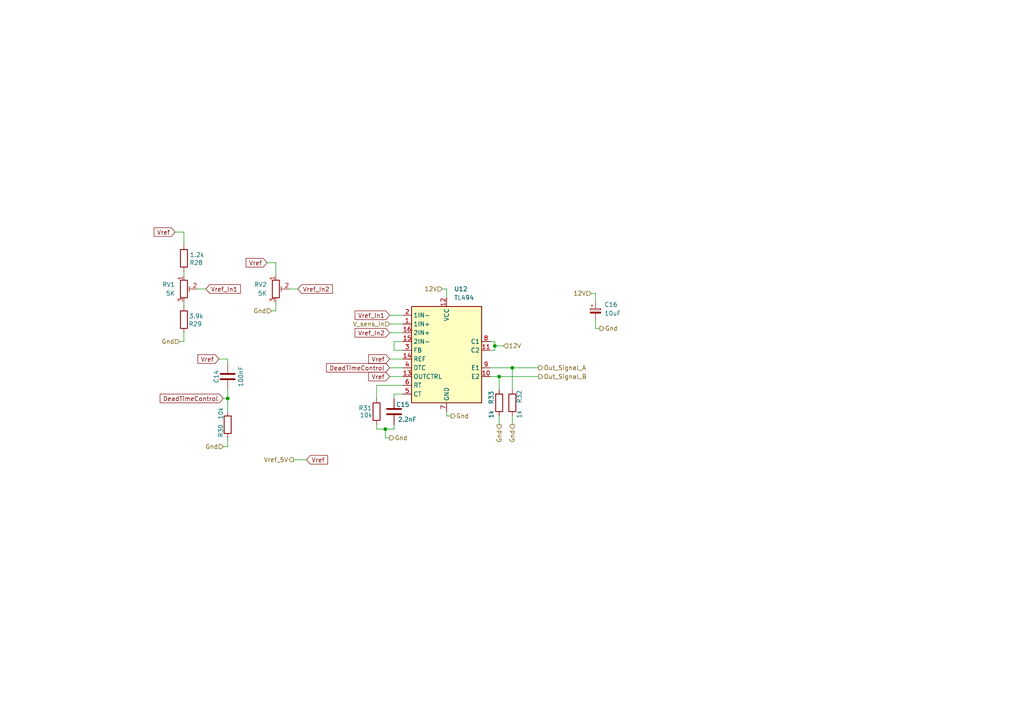
<source format=kicad_sch>
(kicad_sch
	(version 20250114)
	(generator "eeschema")
	(generator_version "9.0")
	(uuid "cb9d0fcb-5362-4fae-866a-d47562fcdf88")
	(paper "A4")
	(lib_symbols
		(symbol "Device:C"
			(pin_numbers
				(hide yes)
			)
			(pin_names
				(offset 0.254)
			)
			(exclude_from_sim no)
			(in_bom yes)
			(on_board yes)
			(property "Reference" "C"
				(at 0.635 2.54 0)
				(effects
					(font
						(size 1.27 1.27)
					)
					(justify left)
				)
			)
			(property "Value" "C"
				(at 0.635 -2.54 0)
				(effects
					(font
						(size 1.27 1.27)
					)
					(justify left)
				)
			)
			(property "Footprint" ""
				(at 0.9652 -3.81 0)
				(effects
					(font
						(size 1.27 1.27)
					)
					(hide yes)
				)
			)
			(property "Datasheet" "~"
				(at 0 0 0)
				(effects
					(font
						(size 1.27 1.27)
					)
					(hide yes)
				)
			)
			(property "Description" "Unpolarized capacitor"
				(at 0 0 0)
				(effects
					(font
						(size 1.27 1.27)
					)
					(hide yes)
				)
			)
			(property "ki_keywords" "cap capacitor"
				(at 0 0 0)
				(effects
					(font
						(size 1.27 1.27)
					)
					(hide yes)
				)
			)
			(property "ki_fp_filters" "C_*"
				(at 0 0 0)
				(effects
					(font
						(size 1.27 1.27)
					)
					(hide yes)
				)
			)
			(symbol "C_0_1"
				(polyline
					(pts
						(xy -2.032 0.762) (xy 2.032 0.762)
					)
					(stroke
						(width 0.508)
						(type default)
					)
					(fill
						(type none)
					)
				)
				(polyline
					(pts
						(xy -2.032 -0.762) (xy 2.032 -0.762)
					)
					(stroke
						(width 0.508)
						(type default)
					)
					(fill
						(type none)
					)
				)
			)
			(symbol "C_1_1"
				(pin passive line
					(at 0 3.81 270)
					(length 2.794)
					(name "~"
						(effects
							(font
								(size 1.27 1.27)
							)
						)
					)
					(number "1"
						(effects
							(font
								(size 1.27 1.27)
							)
						)
					)
				)
				(pin passive line
					(at 0 -3.81 90)
					(length 2.794)
					(name "~"
						(effects
							(font
								(size 1.27 1.27)
							)
						)
					)
					(number "2"
						(effects
							(font
								(size 1.27 1.27)
							)
						)
					)
				)
			)
			(embedded_fonts no)
		)
		(symbol "Device:C_Polarized_Small"
			(pin_numbers
				(hide yes)
			)
			(pin_names
				(offset 0.254)
				(hide yes)
			)
			(exclude_from_sim no)
			(in_bom yes)
			(on_board yes)
			(property "Reference" "C"
				(at 0.254 1.778 0)
				(effects
					(font
						(size 1.27 1.27)
					)
					(justify left)
				)
			)
			(property "Value" "C_Polarized_Small"
				(at 0.254 -2.032 0)
				(effects
					(font
						(size 1.27 1.27)
					)
					(justify left)
				)
			)
			(property "Footprint" ""
				(at 0 0 0)
				(effects
					(font
						(size 1.27 1.27)
					)
					(hide yes)
				)
			)
			(property "Datasheet" "~"
				(at 0 0 0)
				(effects
					(font
						(size 1.27 1.27)
					)
					(hide yes)
				)
			)
			(property "Description" "Polarized capacitor, small symbol"
				(at 0 0 0)
				(effects
					(font
						(size 1.27 1.27)
					)
					(hide yes)
				)
			)
			(property "ki_keywords" "cap capacitor"
				(at 0 0 0)
				(effects
					(font
						(size 1.27 1.27)
					)
					(hide yes)
				)
			)
			(property "ki_fp_filters" "CP_*"
				(at 0 0 0)
				(effects
					(font
						(size 1.27 1.27)
					)
					(hide yes)
				)
			)
			(symbol "C_Polarized_Small_0_1"
				(rectangle
					(start -1.524 0.6858)
					(end 1.524 0.3048)
					(stroke
						(width 0)
						(type default)
					)
					(fill
						(type none)
					)
				)
				(rectangle
					(start -1.524 -0.3048)
					(end 1.524 -0.6858)
					(stroke
						(width 0)
						(type default)
					)
					(fill
						(type outline)
					)
				)
				(polyline
					(pts
						(xy -1.27 1.524) (xy -0.762 1.524)
					)
					(stroke
						(width 0)
						(type default)
					)
					(fill
						(type none)
					)
				)
				(polyline
					(pts
						(xy -1.016 1.27) (xy -1.016 1.778)
					)
					(stroke
						(width 0)
						(type default)
					)
					(fill
						(type none)
					)
				)
			)
			(symbol "C_Polarized_Small_1_1"
				(pin passive line
					(at 0 2.54 270)
					(length 1.8542)
					(name "~"
						(effects
							(font
								(size 1.27 1.27)
							)
						)
					)
					(number "1"
						(effects
							(font
								(size 1.27 1.27)
							)
						)
					)
				)
				(pin passive line
					(at 0 -2.54 90)
					(length 1.8542)
					(name "~"
						(effects
							(font
								(size 1.27 1.27)
							)
						)
					)
					(number "2"
						(effects
							(font
								(size 1.27 1.27)
							)
						)
					)
				)
			)
			(embedded_fonts no)
		)
		(symbol "Device:R"
			(pin_numbers
				(hide yes)
			)
			(pin_names
				(offset 0)
			)
			(exclude_from_sim no)
			(in_bom yes)
			(on_board yes)
			(property "Reference" "R"
				(at 2.032 0 90)
				(effects
					(font
						(size 1.27 1.27)
					)
				)
			)
			(property "Value" "R"
				(at 0 0 90)
				(effects
					(font
						(size 1.27 1.27)
					)
				)
			)
			(property "Footprint" ""
				(at -1.778 0 90)
				(effects
					(font
						(size 1.27 1.27)
					)
					(hide yes)
				)
			)
			(property "Datasheet" "~"
				(at 0 0 0)
				(effects
					(font
						(size 1.27 1.27)
					)
					(hide yes)
				)
			)
			(property "Description" "Resistor"
				(at 0 0 0)
				(effects
					(font
						(size 1.27 1.27)
					)
					(hide yes)
				)
			)
			(property "ki_keywords" "R res resistor"
				(at 0 0 0)
				(effects
					(font
						(size 1.27 1.27)
					)
					(hide yes)
				)
			)
			(property "ki_fp_filters" "R_*"
				(at 0 0 0)
				(effects
					(font
						(size 1.27 1.27)
					)
					(hide yes)
				)
			)
			(symbol "R_0_1"
				(rectangle
					(start -1.016 -2.54)
					(end 1.016 2.54)
					(stroke
						(width 0.254)
						(type default)
					)
					(fill
						(type none)
					)
				)
			)
			(symbol "R_1_1"
				(pin passive line
					(at 0 3.81 270)
					(length 1.27)
					(name "~"
						(effects
							(font
								(size 1.27 1.27)
							)
						)
					)
					(number "1"
						(effects
							(font
								(size 1.27 1.27)
							)
						)
					)
				)
				(pin passive line
					(at 0 -3.81 90)
					(length 1.27)
					(name "~"
						(effects
							(font
								(size 1.27 1.27)
							)
						)
					)
					(number "2"
						(effects
							(font
								(size 1.27 1.27)
							)
						)
					)
				)
			)
			(embedded_fonts no)
		)
		(symbol "Device:R_Potentiometer_Trim"
			(pin_names
				(offset 1.016)
				(hide yes)
			)
			(exclude_from_sim no)
			(in_bom yes)
			(on_board yes)
			(property "Reference" "RV"
				(at -4.445 0 90)
				(effects
					(font
						(size 1.27 1.27)
					)
				)
			)
			(property "Value" "R_Potentiometer_Trim"
				(at -2.54 0 90)
				(effects
					(font
						(size 1.27 1.27)
					)
				)
			)
			(property "Footprint" ""
				(at 0 0 0)
				(effects
					(font
						(size 1.27 1.27)
					)
					(hide yes)
				)
			)
			(property "Datasheet" "~"
				(at 0 0 0)
				(effects
					(font
						(size 1.27 1.27)
					)
					(hide yes)
				)
			)
			(property "Description" "Trim-potentiometer"
				(at 0 0 0)
				(effects
					(font
						(size 1.27 1.27)
					)
					(hide yes)
				)
			)
			(property "ki_keywords" "resistor variable trimpot trimmer"
				(at 0 0 0)
				(effects
					(font
						(size 1.27 1.27)
					)
					(hide yes)
				)
			)
			(property "ki_fp_filters" "Potentiometer*"
				(at 0 0 0)
				(effects
					(font
						(size 1.27 1.27)
					)
					(hide yes)
				)
			)
			(symbol "R_Potentiometer_Trim_0_1"
				(rectangle
					(start 1.016 2.54)
					(end -1.016 -2.54)
					(stroke
						(width 0.254)
						(type default)
					)
					(fill
						(type none)
					)
				)
				(polyline
					(pts
						(xy 1.524 0.762) (xy 1.524 -0.762)
					)
					(stroke
						(width 0)
						(type default)
					)
					(fill
						(type none)
					)
				)
				(polyline
					(pts
						(xy 2.54 0) (xy 1.524 0)
					)
					(stroke
						(width 0)
						(type default)
					)
					(fill
						(type none)
					)
				)
			)
			(symbol "R_Potentiometer_Trim_1_1"
				(pin passive line
					(at 0 3.81 270)
					(length 1.27)
					(name "1"
						(effects
							(font
								(size 1.27 1.27)
							)
						)
					)
					(number "1"
						(effects
							(font
								(size 1.27 1.27)
							)
						)
					)
				)
				(pin passive line
					(at 0 -3.81 90)
					(length 1.27)
					(name "3"
						(effects
							(font
								(size 1.27 1.27)
							)
						)
					)
					(number "3"
						(effects
							(font
								(size 1.27 1.27)
							)
						)
					)
				)
				(pin passive line
					(at 3.81 0 180)
					(length 1.27)
					(name "2"
						(effects
							(font
								(size 1.27 1.27)
							)
						)
					)
					(number "2"
						(effects
							(font
								(size 1.27 1.27)
							)
						)
					)
				)
			)
			(embedded_fonts no)
		)
		(symbol "Regulator_Controller:TL494"
			(exclude_from_sim no)
			(in_bom yes)
			(on_board yes)
			(property "Reference" "U"
				(at 3.81 19.05 0)
				(effects
					(font
						(size 1.27 1.27)
					)
					(justify left)
				)
			)
			(property "Value" "TL494"
				(at 3.81 16.51 0)
				(effects
					(font
						(size 1.27 1.27)
					)
					(justify left)
				)
			)
			(property "Footprint" ""
				(at 0 0 0)
				(effects
					(font
						(size 1.27 1.27)
					)
					(hide yes)
				)
			)
			(property "Datasheet" "http://www.ti.com/lit/ds/symlink/tl494.pdf"
				(at 0 0 0)
				(effects
					(font
						(size 1.27 1.27)
					)
					(hide yes)
				)
			)
			(property "Description" "Pulse-Width-Modulation Control Circuits, PDIP-16/SOIC-16/TSSOP-16"
				(at 0 0 0)
				(effects
					(font
						(size 1.27 1.27)
					)
					(hide yes)
				)
			)
			(property "ki_keywords" "SMPS PWM Controller"
				(at 0 0 0)
				(effects
					(font
						(size 1.27 1.27)
					)
					(hide yes)
				)
			)
			(property "ki_fp_filters" "TSSOP*4.4x5mm*P0.65mm* SOIC*3.9x9.9mm*P1.27mm* SOIC*5.3x10.2mm*P1.27mm* DIP*W7.62mm*"
				(at 0 0 0)
				(effects
					(font
						(size 1.27 1.27)
					)
					(hide yes)
				)
			)
			(symbol "TL494_0_1"
				(rectangle
					(start -10.16 -12.7)
					(end 10.16 15.24)
					(stroke
						(width 0.254)
						(type default)
					)
					(fill
						(type background)
					)
				)
			)
			(symbol "TL494_1_1"
				(pin input line
					(at -12.7 12.7 0)
					(length 2.54)
					(name "1IN-"
						(effects
							(font
								(size 1.27 1.27)
							)
						)
					)
					(number "2"
						(effects
							(font
								(size 1.27 1.27)
							)
						)
					)
				)
				(pin input line
					(at -12.7 10.16 0)
					(length 2.54)
					(name "1IN+"
						(effects
							(font
								(size 1.27 1.27)
							)
						)
					)
					(number "1"
						(effects
							(font
								(size 1.27 1.27)
							)
						)
					)
				)
				(pin input line
					(at -12.7 7.62 0)
					(length 2.54)
					(name "2IN+"
						(effects
							(font
								(size 1.27 1.27)
							)
						)
					)
					(number "16"
						(effects
							(font
								(size 1.27 1.27)
							)
						)
					)
				)
				(pin input line
					(at -12.7 5.08 0)
					(length 2.54)
					(name "2IN-"
						(effects
							(font
								(size 1.27 1.27)
							)
						)
					)
					(number "15"
						(effects
							(font
								(size 1.27 1.27)
							)
						)
					)
				)
				(pin output line
					(at -12.7 2.54 0)
					(length 2.54)
					(name "FB"
						(effects
							(font
								(size 1.27 1.27)
							)
						)
					)
					(number "3"
						(effects
							(font
								(size 1.27 1.27)
							)
						)
					)
				)
				(pin power_out line
					(at -12.7 0 0)
					(length 2.54)
					(name "REF"
						(effects
							(font
								(size 1.27 1.27)
							)
						)
					)
					(number "14"
						(effects
							(font
								(size 1.27 1.27)
							)
						)
					)
				)
				(pin input line
					(at -12.7 -2.54 0)
					(length 2.54)
					(name "DTC"
						(effects
							(font
								(size 1.27 1.27)
							)
						)
					)
					(number "4"
						(effects
							(font
								(size 1.27 1.27)
							)
						)
					)
				)
				(pin input line
					(at -12.7 -5.08 0)
					(length 2.54)
					(name "OUTCTRL"
						(effects
							(font
								(size 1.27 1.27)
							)
						)
					)
					(number "13"
						(effects
							(font
								(size 1.27 1.27)
							)
						)
					)
				)
				(pin passive line
					(at -12.7 -7.62 0)
					(length 2.54)
					(name "RT"
						(effects
							(font
								(size 1.27 1.27)
							)
						)
					)
					(number "6"
						(effects
							(font
								(size 1.27 1.27)
							)
						)
					)
				)
				(pin passive line
					(at -12.7 -10.16 0)
					(length 2.54)
					(name "CT"
						(effects
							(font
								(size 1.27 1.27)
							)
						)
					)
					(number "5"
						(effects
							(font
								(size 1.27 1.27)
							)
						)
					)
				)
				(pin power_in line
					(at 0 17.78 270)
					(length 2.54)
					(name "VCC"
						(effects
							(font
								(size 1.27 1.27)
							)
						)
					)
					(number "12"
						(effects
							(font
								(size 1.27 1.27)
							)
						)
					)
				)
				(pin power_in line
					(at 0 -15.24 90)
					(length 2.54)
					(name "GND"
						(effects
							(font
								(size 1.27 1.27)
							)
						)
					)
					(number "7"
						(effects
							(font
								(size 1.27 1.27)
							)
						)
					)
				)
				(pin passive line
					(at 12.7 5.08 180)
					(length 2.54)
					(name "C1"
						(effects
							(font
								(size 1.27 1.27)
							)
						)
					)
					(number "8"
						(effects
							(font
								(size 1.27 1.27)
							)
						)
					)
				)
				(pin passive line
					(at 12.7 2.54 180)
					(length 2.54)
					(name "C2"
						(effects
							(font
								(size 1.27 1.27)
							)
						)
					)
					(number "11"
						(effects
							(font
								(size 1.27 1.27)
							)
						)
					)
				)
				(pin passive line
					(at 12.7 -2.54 180)
					(length 2.54)
					(name "E1"
						(effects
							(font
								(size 1.27 1.27)
							)
						)
					)
					(number "9"
						(effects
							(font
								(size 1.27 1.27)
							)
						)
					)
				)
				(pin passive line
					(at 12.7 -5.08 180)
					(length 2.54)
					(name "E2"
						(effects
							(font
								(size 1.27 1.27)
							)
						)
					)
					(number "10"
						(effects
							(font
								(size 1.27 1.27)
							)
						)
					)
				)
			)
			(embedded_fonts no)
		)
	)
	(junction
		(at 148.59 106.68)
		(diameter 0)
		(color 0 0 0 0)
		(uuid "19bec98b-c9bc-4506-ac41-3934cd1a01be")
	)
	(junction
		(at 111.76 124.46)
		(diameter 0)
		(color 0 0 0 0)
		(uuid "1ce665e9-9041-432e-af27-4e5ea358a949")
	)
	(junction
		(at 66.04 115.57)
		(diameter 0)
		(color 0 0 0 0)
		(uuid "524ed41f-1eb2-4045-a940-0daa0183cb93")
	)
	(junction
		(at 144.78 109.22)
		(diameter 0)
		(color 0 0 0 0)
		(uuid "c3d3c3b2-4216-43ee-abeb-cfcf2b25fa05")
	)
	(junction
		(at 143.51 100.33)
		(diameter 0)
		(color 0 0 0 0)
		(uuid "d30cb3e9-73b0-4bc0-bd7f-dd4ec83cf0e1")
	)
	(wire
		(pts
			(xy 83.82 83.82) (xy 86.36 83.82)
		)
		(stroke
			(width 0)
			(type default)
		)
		(uuid "066f1c0b-a9ae-4288-81e3-b6850cc4b894")
	)
	(wire
		(pts
			(xy 80.01 76.2) (xy 80.01 80.01)
		)
		(stroke
			(width 0)
			(type default)
		)
		(uuid "10dbdf86-6e85-4b0b-be48-a1ae79a86e33")
	)
	(wire
		(pts
			(xy 172.72 95.25) (xy 173.99 95.25)
		)
		(stroke
			(width 0)
			(type default)
		)
		(uuid "11d62715-7fcc-40d0-930b-e0253fe9b0bb")
	)
	(wire
		(pts
			(xy 143.51 100.33) (xy 146.05 100.33)
		)
		(stroke
			(width 0)
			(type default)
		)
		(uuid "125ac659-9e22-43df-88df-5d5814d16eda")
	)
	(wire
		(pts
			(xy 109.22 111.76) (xy 116.84 111.76)
		)
		(stroke
			(width 0)
			(type default)
		)
		(uuid "1dc96bcc-bf63-4e9c-8948-f720b1c3ed5c")
	)
	(wire
		(pts
			(xy 66.04 104.14) (xy 66.04 105.41)
		)
		(stroke
			(width 0)
			(type default)
		)
		(uuid "1efe8132-edbc-49af-b5d0-64742411ab33")
	)
	(wire
		(pts
			(xy 109.22 115.57) (xy 109.22 111.76)
		)
		(stroke
			(width 0)
			(type default)
		)
		(uuid "249ae67e-d1b5-4185-ae5a-5370c025a8af")
	)
	(wire
		(pts
			(xy 129.54 120.65) (xy 130.81 120.65)
		)
		(stroke
			(width 0)
			(type default)
		)
		(uuid "2946674b-605f-4c40-b77b-f1802ee33eeb")
	)
	(wire
		(pts
			(xy 172.72 92.71) (xy 172.72 95.25)
		)
		(stroke
			(width 0)
			(type default)
		)
		(uuid "2c611557-a989-4c45-aa5a-f9dd26899829")
	)
	(wire
		(pts
			(xy 128.27 83.82) (xy 129.54 83.82)
		)
		(stroke
			(width 0)
			(type default)
		)
		(uuid "2d3dd2df-f533-4e13-b78f-44e9c4021c30")
	)
	(wire
		(pts
			(xy 53.34 99.06) (xy 52.07 99.06)
		)
		(stroke
			(width 0)
			(type default)
		)
		(uuid "2d6a86eb-8822-4b41-9b8a-9bbd77971c29")
	)
	(wire
		(pts
			(xy 114.3 101.6) (xy 116.84 101.6)
		)
		(stroke
			(width 0)
			(type default)
		)
		(uuid "2d76e5de-514c-43d5-a892-546ebfc5207a")
	)
	(wire
		(pts
			(xy 113.03 106.68) (xy 116.84 106.68)
		)
		(stroke
			(width 0)
			(type default)
		)
		(uuid "2e9475fa-e407-4725-a985-327010b55160")
	)
	(wire
		(pts
			(xy 66.04 127) (xy 66.04 129.54)
		)
		(stroke
			(width 0)
			(type default)
		)
		(uuid "33a846b7-6198-440d-beab-189571df1e5e")
	)
	(wire
		(pts
			(xy 109.22 123.19) (xy 109.22 124.46)
		)
		(stroke
			(width 0)
			(type default)
		)
		(uuid "3eb73089-ebc7-4d80-9954-7607e7136358")
	)
	(wire
		(pts
			(xy 148.59 106.68) (xy 142.24 106.68)
		)
		(stroke
			(width 0)
			(type default)
		)
		(uuid "4909bae8-3e8a-4a07-82ac-dc447c1799c6")
	)
	(wire
		(pts
			(xy 114.3 114.3) (xy 114.3 115.57)
		)
		(stroke
			(width 0)
			(type default)
		)
		(uuid "568b0e2b-3632-4ee9-812e-54c2fb9abc07")
	)
	(wire
		(pts
			(xy 66.04 115.57) (xy 64.77 115.57)
		)
		(stroke
			(width 0)
			(type default)
		)
		(uuid "573040b3-fd5e-4927-b3fc-0762bd24f644")
	)
	(wire
		(pts
			(xy 144.78 109.22) (xy 144.78 113.03)
		)
		(stroke
			(width 0)
			(type default)
		)
		(uuid "5d3be165-7cba-4737-a925-594d59c98d15")
	)
	(wire
		(pts
			(xy 142.24 109.22) (xy 144.78 109.22)
		)
		(stroke
			(width 0)
			(type default)
		)
		(uuid "60fcd7be-c8f9-4bdd-9b12-4e5cf4538826")
	)
	(wire
		(pts
			(xy 80.01 87.63) (xy 80.01 90.17)
		)
		(stroke
			(width 0)
			(type default)
		)
		(uuid "612dfd6a-b8ea-4122-be30-9cc18b0fc5c5")
	)
	(wire
		(pts
			(xy 57.15 83.82) (xy 59.69 83.82)
		)
		(stroke
			(width 0)
			(type default)
		)
		(uuid "62f7cabe-109e-45f0-a939-ad10754b8774")
	)
	(wire
		(pts
			(xy 113.03 96.52) (xy 116.84 96.52)
		)
		(stroke
			(width 0)
			(type default)
		)
		(uuid "67270646-437d-4382-beb7-477ee87fa872")
	)
	(wire
		(pts
			(xy 113.03 93.98) (xy 116.84 93.98)
		)
		(stroke
			(width 0)
			(type default)
		)
		(uuid "68567d5e-797d-43b6-9382-18a832e74baa")
	)
	(wire
		(pts
			(xy 53.34 87.63) (xy 53.34 88.9)
		)
		(stroke
			(width 0)
			(type default)
		)
		(uuid "68f62945-f5d5-4dd8-9cea-a008dc8812d5")
	)
	(wire
		(pts
			(xy 111.76 124.46) (xy 111.76 127)
		)
		(stroke
			(width 0)
			(type default)
		)
		(uuid "6fac5d62-d241-498e-98e8-f9152a4c10e7")
	)
	(wire
		(pts
			(xy 66.04 115.57) (xy 66.04 119.38)
		)
		(stroke
			(width 0)
			(type default)
		)
		(uuid "735c78c4-f5d1-4034-b152-e001b5207db9")
	)
	(wire
		(pts
			(xy 80.01 90.17) (xy 78.74 90.17)
		)
		(stroke
			(width 0)
			(type default)
		)
		(uuid "75224ea1-332f-4919-acff-4466a816a6ba")
	)
	(wire
		(pts
			(xy 129.54 119.38) (xy 129.54 120.65)
		)
		(stroke
			(width 0)
			(type default)
		)
		(uuid "83aa79a2-257a-495c-955a-4d714d3ee10a")
	)
	(wire
		(pts
			(xy 143.51 101.6) (xy 143.51 100.33)
		)
		(stroke
			(width 0)
			(type default)
		)
		(uuid "844f9c36-09cb-4264-b3ca-e9f22f396880")
	)
	(wire
		(pts
			(xy 142.24 99.06) (xy 143.51 99.06)
		)
		(stroke
			(width 0)
			(type default)
		)
		(uuid "8bf1dc9a-17c0-4e57-b305-b4fa4708b6b8")
	)
	(wire
		(pts
			(xy 85.09 133.35) (xy 88.9 133.35)
		)
		(stroke
			(width 0)
			(type default)
		)
		(uuid "94787034-4a08-449e-92b4-1199c6f25d66")
	)
	(wire
		(pts
			(xy 172.72 85.09) (xy 172.72 87.63)
		)
		(stroke
			(width 0)
			(type default)
		)
		(uuid "947c3e3c-5571-4196-b844-a859d76dfc33")
	)
	(wire
		(pts
			(xy 144.78 123.19) (xy 144.78 120.65)
		)
		(stroke
			(width 0)
			(type default)
		)
		(uuid "9685bf1a-b588-4228-9aca-6951f1c16fc7")
	)
	(wire
		(pts
			(xy 143.51 100.33) (xy 143.51 99.06)
		)
		(stroke
			(width 0)
			(type default)
		)
		(uuid "978f5c2f-a2cc-46dd-a83e-f026023cb507")
	)
	(wire
		(pts
			(xy 129.54 83.82) (xy 129.54 86.36)
		)
		(stroke
			(width 0)
			(type default)
		)
		(uuid "9e2eb192-e709-4bd9-84fb-8616ed1a3cde")
	)
	(wire
		(pts
			(xy 77.47 76.2) (xy 80.01 76.2)
		)
		(stroke
			(width 0)
			(type default)
		)
		(uuid "9f6543eb-35f3-4b36-b554-6fdc1e68a40f")
	)
	(wire
		(pts
			(xy 50.8 67.31) (xy 53.34 67.31)
		)
		(stroke
			(width 0)
			(type default)
		)
		(uuid "a22fdee2-adcd-43ea-9290-05a6f7b0355b")
	)
	(wire
		(pts
			(xy 171.45 85.09) (xy 172.72 85.09)
		)
		(stroke
			(width 0)
			(type default)
		)
		(uuid "a40f4b10-67b7-49eb-8f9c-97acf9c03320")
	)
	(wire
		(pts
			(xy 113.03 109.22) (xy 116.84 109.22)
		)
		(stroke
			(width 0)
			(type default)
		)
		(uuid "a7a05c3f-2fa2-49ad-96e4-d80c2ca6cbb9")
	)
	(wire
		(pts
			(xy 114.3 99.06) (xy 114.3 101.6)
		)
		(stroke
			(width 0)
			(type default)
		)
		(uuid "ab65309e-f2c8-476d-8991-2d0733ab47c7")
	)
	(wire
		(pts
			(xy 148.59 120.65) (xy 148.59 123.19)
		)
		(stroke
			(width 0)
			(type default)
		)
		(uuid "ac78e365-6dce-433f-847b-a5022a54d3fd")
	)
	(wire
		(pts
			(xy 111.76 124.46) (xy 114.3 124.46)
		)
		(stroke
			(width 0)
			(type default)
		)
		(uuid "b4a7e68a-c632-4f1e-84c3-b09e7e3362ba")
	)
	(wire
		(pts
			(xy 53.34 78.74) (xy 53.34 80.01)
		)
		(stroke
			(width 0)
			(type default)
		)
		(uuid "c300e35a-a6f8-4958-87d9-357e5b338265")
	)
	(wire
		(pts
			(xy 113.03 104.14) (xy 116.84 104.14)
		)
		(stroke
			(width 0)
			(type default)
		)
		(uuid "c3380e43-4515-495d-88e2-6088838867df")
	)
	(wire
		(pts
			(xy 66.04 129.54) (xy 64.77 129.54)
		)
		(stroke
			(width 0)
			(type default)
		)
		(uuid "cfe0ffa7-dc8a-41ee-856a-a9f250f55b8f")
	)
	(wire
		(pts
			(xy 148.59 106.68) (xy 148.59 113.03)
		)
		(stroke
			(width 0)
			(type default)
		)
		(uuid "d473cfa7-6354-4180-b9c7-ed69a06b869c")
	)
	(wire
		(pts
			(xy 148.59 106.68) (xy 156.21 106.68)
		)
		(stroke
			(width 0)
			(type default)
		)
		(uuid "d59bf9b6-0bb4-44ae-a87e-1cbd87852f24")
	)
	(wire
		(pts
			(xy 63.5 104.14) (xy 66.04 104.14)
		)
		(stroke
			(width 0)
			(type default)
		)
		(uuid "d94c7302-470f-4af4-9fa7-800de2876fc8")
	)
	(wire
		(pts
			(xy 114.3 99.06) (xy 116.84 99.06)
		)
		(stroke
			(width 0)
			(type default)
		)
		(uuid "db0fe8c3-3cb2-4828-8269-eb4ba4d2c636")
	)
	(wire
		(pts
			(xy 114.3 123.19) (xy 114.3 124.46)
		)
		(stroke
			(width 0)
			(type default)
		)
		(uuid "db9fdcab-ca73-4c42-b745-b03f0fee3a7d")
	)
	(wire
		(pts
			(xy 53.34 67.31) (xy 53.34 71.12)
		)
		(stroke
			(width 0)
			(type default)
		)
		(uuid "dc43551f-6783-4338-ab67-282d4e5f3a48")
	)
	(wire
		(pts
			(xy 142.24 101.6) (xy 143.51 101.6)
		)
		(stroke
			(width 0)
			(type default)
		)
		(uuid "e63dfbcc-ceee-4531-9578-3c4924de3f4f")
	)
	(wire
		(pts
			(xy 66.04 113.03) (xy 66.04 115.57)
		)
		(stroke
			(width 0)
			(type default)
		)
		(uuid "e6e961f6-9a26-4fd6-a0b8-5fa523acf01b")
	)
	(wire
		(pts
			(xy 53.34 96.52) (xy 53.34 99.06)
		)
		(stroke
			(width 0)
			(type default)
		)
		(uuid "ede048c1-04ed-4577-95e5-de591344b7a7")
	)
	(wire
		(pts
			(xy 144.78 109.22) (xy 156.21 109.22)
		)
		(stroke
			(width 0)
			(type default)
		)
		(uuid "f1077508-99d6-446c-b075-745e1f16e426")
	)
	(wire
		(pts
			(xy 113.03 127) (xy 111.76 127)
		)
		(stroke
			(width 0)
			(type default)
		)
		(uuid "f3d5a48d-6912-4725-aa2d-89a7e2bb793f")
	)
	(wire
		(pts
			(xy 109.22 124.46) (xy 111.76 124.46)
		)
		(stroke
			(width 0)
			(type default)
		)
		(uuid "f48fb90a-46ca-4fc8-aee9-2e9ed027bf04")
	)
	(wire
		(pts
			(xy 113.03 91.44) (xy 116.84 91.44)
		)
		(stroke
			(width 0)
			(type default)
		)
		(uuid "fa8d2fa3-51ef-47d9-a1b9-ef9eec7736e3")
	)
	(wire
		(pts
			(xy 116.84 114.3) (xy 114.3 114.3)
		)
		(stroke
			(width 0)
			(type default)
		)
		(uuid "ffd70951-504a-4ab8-b499-d85aeda0da6a")
	)
	(global_label "Vref_In2"
		(shape input)
		(at 86.36 83.82 0)
		(fields_autoplaced yes)
		(effects
			(font
				(size 1.27 1.27)
			)
			(justify left)
		)
		(uuid "080c6ba0-0190-432c-919e-f97707e9776d")
		(property "Intersheetrefs" "${INTERSHEET_REFS}"
			(at 96.9652 83.82 0)
			(effects
				(font
					(size 1.27 1.27)
				)
				(justify left)
				(hide yes)
			)
		)
	)
	(global_label "DeadTimeControl"
		(shape input)
		(at 64.77 115.57 180)
		(fields_autoplaced yes)
		(effects
			(font
				(size 1.27 1.27)
			)
			(justify right)
		)
		(uuid "1dc3155f-ec00-4e09-b739-8976ff426109")
		(property "Intersheetrefs" "${INTERSHEET_REFS}"
			(at 45.8798 115.57 0)
			(effects
				(font
					(size 1.27 1.27)
				)
				(justify right)
				(hide yes)
			)
		)
	)
	(global_label "Vref"
		(shape input)
		(at 63.5 104.14 180)
		(fields_autoplaced yes)
		(effects
			(font
				(size 1.27 1.27)
			)
			(justify right)
		)
		(uuid "3bb4bada-5423-4fc3-8510-12a9769f3037")
		(property "Intersheetrefs" "${INTERSHEET_REFS}"
			(at 56.8257 104.14 0)
			(effects
				(font
					(size 1.27 1.27)
				)
				(justify right)
				(hide yes)
			)
		)
	)
	(global_label "Vref"
		(shape input)
		(at 77.47 76.2 180)
		(fields_autoplaced yes)
		(effects
			(font
				(size 1.27 1.27)
			)
			(justify right)
		)
		(uuid "4abe4031-225f-4b2f-b208-05c98f07f4ad")
		(property "Intersheetrefs" "${INTERSHEET_REFS}"
			(at 70.7957 76.2 0)
			(effects
				(font
					(size 1.27 1.27)
				)
				(justify right)
				(hide yes)
			)
		)
	)
	(global_label "DeadTimeControl"
		(shape input)
		(at 113.03 106.68 180)
		(fields_autoplaced yes)
		(effects
			(font
				(size 1.27 1.27)
			)
			(justify right)
		)
		(uuid "701e8582-4bcd-4ce4-87f3-b9a0b55f51f3")
		(property "Intersheetrefs" "${INTERSHEET_REFS}"
			(at 94.1398 106.68 0)
			(effects
				(font
					(size 1.27 1.27)
				)
				(justify right)
				(hide yes)
			)
		)
	)
	(global_label "Vref"
		(shape input)
		(at 88.9 133.35 0)
		(fields_autoplaced yes)
		(effects
			(font
				(size 1.27 1.27)
			)
			(justify left)
		)
		(uuid "7fd059fd-c29b-4758-aab8-4641ee6548e1")
		(property "Intersheetrefs" "${INTERSHEET_REFS}"
			(at 95.5743 133.35 0)
			(effects
				(font
					(size 1.27 1.27)
				)
				(justify left)
				(hide yes)
			)
		)
	)
	(global_label "Vref_In1"
		(shape input)
		(at 113.03 91.44 180)
		(fields_autoplaced yes)
		(effects
			(font
				(size 1.27 1.27)
			)
			(justify right)
		)
		(uuid "84d4690f-a451-44b3-bf6e-ff647169c8ab")
		(property "Intersheetrefs" "${INTERSHEET_REFS}"
			(at 102.4248 91.44 0)
			(effects
				(font
					(size 1.27 1.27)
				)
				(justify right)
				(hide yes)
			)
		)
	)
	(global_label "Vref"
		(shape input)
		(at 113.03 104.14 180)
		(fields_autoplaced yes)
		(effects
			(font
				(size 1.27 1.27)
			)
			(justify right)
		)
		(uuid "89eb425e-8272-440e-9f62-b27550ebc115")
		(property "Intersheetrefs" "${INTERSHEET_REFS}"
			(at 106.3557 104.14 0)
			(effects
				(font
					(size 1.27 1.27)
				)
				(justify right)
				(hide yes)
			)
		)
	)
	(global_label "Vref_In2"
		(shape input)
		(at 113.03 96.52 180)
		(fields_autoplaced yes)
		(effects
			(font
				(size 1.27 1.27)
			)
			(justify right)
		)
		(uuid "938b6523-5e5f-4432-a43c-ca4101dfd8c1")
		(property "Intersheetrefs" "${INTERSHEET_REFS}"
			(at 102.4248 96.52 0)
			(effects
				(font
					(size 1.27 1.27)
				)
				(justify right)
				(hide yes)
			)
		)
	)
	(global_label "Vref"
		(shape input)
		(at 113.03 109.22 180)
		(fields_autoplaced yes)
		(effects
			(font
				(size 1.27 1.27)
			)
			(justify right)
		)
		(uuid "a1c1d051-7f07-4c48-a1a7-55badd49dfd9")
		(property "Intersheetrefs" "${INTERSHEET_REFS}"
			(at 106.3557 109.22 0)
			(effects
				(font
					(size 1.27 1.27)
				)
				(justify right)
				(hide yes)
			)
		)
	)
	(global_label "Vref"
		(shape input)
		(at 50.8 67.31 180)
		(fields_autoplaced yes)
		(effects
			(font
				(size 1.27 1.27)
			)
			(justify right)
		)
		(uuid "dc32eb6a-3942-4264-bd84-0ec194c7c86f")
		(property "Intersheetrefs" "${INTERSHEET_REFS}"
			(at 44.1257 67.31 0)
			(effects
				(font
					(size 1.27 1.27)
				)
				(justify right)
				(hide yes)
			)
		)
	)
	(global_label "Vref_In1"
		(shape input)
		(at 59.69 83.82 0)
		(fields_autoplaced yes)
		(effects
			(font
				(size 1.27 1.27)
			)
			(justify left)
		)
		(uuid "de055ef2-e5ab-417c-98b2-36bcffe9efa7")
		(property "Intersheetrefs" "${INTERSHEET_REFS}"
			(at 70.2952 83.82 0)
			(effects
				(font
					(size 1.27 1.27)
				)
				(justify left)
				(hide yes)
			)
		)
	)
	(hierarchical_label "Gnd"
		(shape input)
		(at 78.74 90.17 180)
		(effects
			(font
				(size 1.27 1.27)
			)
			(justify right)
		)
		(uuid "1f6928d6-8f2f-4408-87cd-dfd0dfb396cb")
	)
	(hierarchical_label "12V"
		(shape input)
		(at 128.27 83.82 180)
		(effects
			(font
				(size 1.27 1.27)
			)
			(justify right)
		)
		(uuid "218f1054-825d-4af2-aafe-a14484d01911")
	)
	(hierarchical_label "Out_Signal_B"
		(shape output)
		(at 156.21 109.22 0)
		(effects
			(font
				(size 1.27 1.27)
			)
			(justify left)
		)
		(uuid "2f8f7694-08e9-4c57-85ee-6d2adf5f766a")
	)
	(hierarchical_label "12V"
		(shape input)
		(at 171.45 85.09 180)
		(effects
			(font
				(size 1.27 1.27)
			)
			(justify right)
		)
		(uuid "3e1c808d-64af-4799-90cb-b75113718cc9")
	)
	(hierarchical_label "Gnd"
		(shape output)
		(at 173.99 95.25 0)
		(effects
			(font
				(size 1.27 1.27)
			)
			(justify left)
		)
		(uuid "41fbc7b2-113f-4f79-8731-20e00f6ce9ba")
	)
	(hierarchical_label "Gnd"
		(shape output)
		(at 148.59 123.19 270)
		(effects
			(font
				(size 1.27 1.27)
			)
			(justify right)
		)
		(uuid "4c544f60-a3b4-4575-b5ed-ccaf6974b8b4")
	)
	(hierarchical_label "Gnd"
		(shape output)
		(at 113.03 127 0)
		(effects
			(font
				(size 1.27 1.27)
			)
			(justify left)
		)
		(uuid "4f6e3b34-9ef7-48d5-8ddf-99b0c6e622a0")
	)
	(hierarchical_label "V_sens_in"
		(shape input)
		(at 113.03 93.98 180)
		(effects
			(font
				(size 1.27 1.27)
			)
			(justify right)
		)
		(uuid "7722713a-fde6-4d5f-8fad-679ad8a458da")
	)
	(hierarchical_label "Out_Signal_A"
		(shape output)
		(at 156.21 106.68 0)
		(effects
			(font
				(size 1.27 1.27)
			)
			(justify left)
		)
		(uuid "791c785c-4365-4a8c-a545-0da4913fa0f4")
	)
	(hierarchical_label "Vref_5V"
		(shape output)
		(at 85.09 133.35 180)
		(effects
			(font
				(size 1.27 1.27)
			)
			(justify right)
		)
		(uuid "7af7ca56-f0f7-404d-8ae0-711716323ecc")
	)
	(hierarchical_label "Gnd"
		(shape input)
		(at 52.07 99.06 180)
		(effects
			(font
				(size 1.27 1.27)
			)
			(justify right)
		)
		(uuid "9f7990fd-d1c6-4857-b45c-ca120927243b")
	)
	(hierarchical_label "12V"
		(shape input)
		(at 146.05 100.33 0)
		(effects
			(font
				(size 1.27 1.27)
			)
			(justify left)
		)
		(uuid "a4df33c3-06d2-4b46-9e24-513ee861e319")
	)
	(hierarchical_label "Gnd"
		(shape output)
		(at 130.81 120.65 0)
		(effects
			(font
				(size 1.27 1.27)
			)
			(justify left)
		)
		(uuid "a835155a-a314-47de-9a8f-3b493cc62df4")
	)
	(hierarchical_label "Gnd"
		(shape output)
		(at 144.78 123.19 270)
		(effects
			(font
				(size 1.27 1.27)
			)
			(justify right)
		)
		(uuid "af51205c-48fd-419e-995f-21f70a473bf0")
	)
	(hierarchical_label "Gnd"
		(shape input)
		(at 64.77 129.54 180)
		(effects
			(font
				(size 1.27 1.27)
			)
			(justify right)
		)
		(uuid "e39f4295-35ec-495d-8a91-d09d99d5b520")
	)
	(symbol
		(lib_id "Device:R")
		(at 109.22 119.38 0)
		(unit 1)
		(exclude_from_sim no)
		(in_bom yes)
		(on_board yes)
		(dnp no)
		(uuid "19f101ed-2428-4e9a-83b3-6e37b0a57f1c")
		(property "Reference" "R31"
			(at 105.918 118.364 0)
			(effects
				(font
					(size 1.27 1.27)
				)
			)
		)
		(property "Value" "10k"
			(at 106.172 120.396 0)
			(effects
				(font
					(size 1.27 1.27)
				)
			)
		)
		(property "Footprint" "Resistor_SMD:R_0603_1608Metric_Pad0.98x0.95mm_HandSolder"
			(at 107.442 119.38 90)
			(effects
				(font
					(size 1.27 1.27)
				)
				(hide yes)
			)
		)
		(property "Datasheet" "~"
			(at 109.22 119.38 0)
			(effects
				(font
					(size 1.27 1.27)
				)
				(hide yes)
			)
		)
		(property "Description" "Resistor"
			(at 109.22 119.38 0)
			(effects
				(font
					(size 1.27 1.27)
				)
				(hide yes)
			)
		)
		(pin "1"
			(uuid "674f4514-85ee-4539-8ec0-bf343539c845")
		)
		(pin "2"
			(uuid "419e709d-a63d-4020-a7e8-2db57a4ea611")
		)
		(instances
			(project "VFD_V1"
				(path "/e60c11d9-ab9e-4760-a4a7-008fcec65a72/c6551446-5e26-4d9a-a5bc-1c867d865e21/cf64b280-e923-4e71-bf0b-d30c9df7c134"
					(reference "R31")
					(unit 1)
				)
			)
		)
	)
	(symbol
		(lib_id "Device:R_Potentiometer_Trim")
		(at 80.01 83.82 0)
		(unit 1)
		(exclude_from_sim no)
		(in_bom yes)
		(on_board yes)
		(dnp no)
		(fields_autoplaced yes)
		(uuid "79758131-6803-4322-8971-b1fef5e7b369")
		(property "Reference" "RV2"
			(at 77.47 82.5499 0)
			(effects
				(font
					(size 1.27 1.27)
				)
				(justify right)
			)
		)
		(property "Value" "5K"
			(at 77.47 85.0899 0)
			(effects
				(font
					(size 1.27 1.27)
				)
				(justify right)
			)
		)
		(property "Footprint" "Potentiometer_SMD:Potentiometer_Bourns_3314S_Horizontal"
			(at 80.01 83.82 0)
			(effects
				(font
					(size 1.27 1.27)
				)
				(hide yes)
			)
		)
		(property "Datasheet" "~"
			(at 80.01 83.82 0)
			(effects
				(font
					(size 1.27 1.27)
				)
				(hide yes)
			)
		)
		(property "Description" "Trim-potentiometer"
			(at 80.01 83.82 0)
			(effects
				(font
					(size 1.27 1.27)
				)
				(hide yes)
			)
		)
		(pin "2"
			(uuid "48775fc8-a96e-4f98-a8fa-b8c86120bd5e")
		)
		(pin "3"
			(uuid "a4eafd51-8d05-41a3-b07e-8c72f89ee3ac")
		)
		(pin "1"
			(uuid "a1d36d72-8adc-45a8-b78d-a2071035a84b")
		)
		(instances
			(project "VFD_V1"
				(path "/e60c11d9-ab9e-4760-a4a7-008fcec65a72/c6551446-5e26-4d9a-a5bc-1c867d865e21/cf64b280-e923-4e71-bf0b-d30c9df7c134"
					(reference "RV2")
					(unit 1)
				)
			)
		)
	)
	(symbol
		(lib_id "Device:R")
		(at 66.04 123.19 0)
		(unit 1)
		(exclude_from_sim no)
		(in_bom yes)
		(on_board yes)
		(dnp no)
		(uuid "7b307a85-eadb-42f8-8124-fd4fad1b0f71")
		(property "Reference" "R30"
			(at 64.008 124.968 90)
			(effects
				(font
					(size 1.27 1.27)
				)
			)
		)
		(property "Value" "10k"
			(at 64.008 119.888 90)
			(effects
				(font
					(size 1.27 1.27)
				)
			)
		)
		(property "Footprint" "Resistor_SMD:R_0603_1608Metric_Pad0.98x0.95mm_HandSolder"
			(at 64.262 123.19 90)
			(effects
				(font
					(size 1.27 1.27)
				)
				(hide yes)
			)
		)
		(property "Datasheet" "~"
			(at 66.04 123.19 0)
			(effects
				(font
					(size 1.27 1.27)
				)
				(hide yes)
			)
		)
		(property "Description" "Resistor"
			(at 66.04 123.19 0)
			(effects
				(font
					(size 1.27 1.27)
				)
				(hide yes)
			)
		)
		(pin "1"
			(uuid "3ef815a5-1710-42eb-9033-b99ec93d59a2")
		)
		(pin "2"
			(uuid "6cdd8ea3-b9bd-4b8d-9ae6-c30e8985dd53")
		)
		(instances
			(project "VFD_V1"
				(path "/e60c11d9-ab9e-4760-a4a7-008fcec65a72/c6551446-5e26-4d9a-a5bc-1c867d865e21/cf64b280-e923-4e71-bf0b-d30c9df7c134"
					(reference "R30")
					(unit 1)
				)
			)
		)
	)
	(symbol
		(lib_id "Device:R_Potentiometer_Trim")
		(at 53.34 83.82 0)
		(unit 1)
		(exclude_from_sim no)
		(in_bom yes)
		(on_board yes)
		(dnp no)
		(fields_autoplaced yes)
		(uuid "8b2b1951-6111-4780-9bf8-1deddc07118b")
		(property "Reference" "RV1"
			(at 50.8 82.5499 0)
			(effects
				(font
					(size 1.27 1.27)
				)
				(justify right)
			)
		)
		(property "Value" "5K"
			(at 50.8 85.0899 0)
			(effects
				(font
					(size 1.27 1.27)
				)
				(justify right)
			)
		)
		(property "Footprint" "Potentiometer_SMD:Potentiometer_Bourns_3314S_Horizontal"
			(at 53.34 83.82 0)
			(effects
				(font
					(size 1.27 1.27)
				)
				(hide yes)
			)
		)
		(property "Datasheet" "~"
			(at 53.34 83.82 0)
			(effects
				(font
					(size 1.27 1.27)
				)
				(hide yes)
			)
		)
		(property "Description" "Trim-potentiometer"
			(at 53.34 83.82 0)
			(effects
				(font
					(size 1.27 1.27)
				)
				(hide yes)
			)
		)
		(pin "2"
			(uuid "0ba23594-b2b0-4a2e-95f2-9b1255c4f37d")
		)
		(pin "3"
			(uuid "a34bc522-421c-4c2d-a958-2db803a1b49a")
		)
		(pin "1"
			(uuid "61eedb11-8a18-4e44-8cc5-f4d93fb3fe8a")
		)
		(instances
			(project ""
				(path "/e60c11d9-ab9e-4760-a4a7-008fcec65a72/c6551446-5e26-4d9a-a5bc-1c867d865e21/cf64b280-e923-4e71-bf0b-d30c9df7c134"
					(reference "RV1")
					(unit 1)
				)
			)
		)
	)
	(symbol
		(lib_id "Device:C_Polarized_Small")
		(at 172.72 90.17 0)
		(unit 1)
		(exclude_from_sim no)
		(in_bom yes)
		(on_board yes)
		(dnp no)
		(fields_autoplaced yes)
		(uuid "9bc45d55-7219-4a30-8fd6-bcda14e7a67b")
		(property "Reference" "C16"
			(at 175.26 88.3538 0)
			(effects
				(font
					(size 1.27 1.27)
				)
				(justify left)
			)
		)
		(property "Value" "10uF"
			(at 175.26 90.8938 0)
			(effects
				(font
					(size 1.27 1.27)
				)
				(justify left)
			)
		)
		(property "Footprint" "Capacitor_SMD:CP_Elec_4x5.4"
			(at 172.72 90.17 0)
			(effects
				(font
					(size 1.27 1.27)
				)
				(hide yes)
			)
		)
		(property "Datasheet" "~"
			(at 172.72 90.17 0)
			(effects
				(font
					(size 1.27 1.27)
				)
				(hide yes)
			)
		)
		(property "Description" "Polarized capacitor, small symbol"
			(at 172.72 90.17 0)
			(effects
				(font
					(size 1.27 1.27)
				)
				(hide yes)
			)
		)
		(pin "1"
			(uuid "a47f3b58-2501-4ed6-bf9b-fcf57f264644")
		)
		(pin "2"
			(uuid "cfd3dc12-7261-48bb-9d68-8df93e296c7f")
		)
		(instances
			(project "VFD_V1"
				(path "/e60c11d9-ab9e-4760-a4a7-008fcec65a72/c6551446-5e26-4d9a-a5bc-1c867d865e21/cf64b280-e923-4e71-bf0b-d30c9df7c134"
					(reference "C16")
					(unit 1)
				)
			)
		)
	)
	(symbol
		(lib_id "Device:C")
		(at 114.3 119.38 180)
		(unit 1)
		(exclude_from_sim no)
		(in_bom yes)
		(on_board yes)
		(dnp no)
		(uuid "ab4a6566-ebb3-4865-a60a-9422b43616df")
		(property "Reference" "C15"
			(at 116.84 117.348 0)
			(effects
				(font
					(size 1.27 1.27)
				)
			)
		)
		(property "Value" "2.2nF"
			(at 118.11 121.666 0)
			(effects
				(font
					(size 1.27 1.27)
				)
			)
		)
		(property "Footprint" "Capacitor_SMD:C_0603_1608Metric_Pad1.08x0.95mm_HandSolder"
			(at 113.3348 115.57 0)
			(effects
				(font
					(size 1.27 1.27)
				)
				(hide yes)
			)
		)
		(property "Datasheet" "~"
			(at 114.3 119.38 0)
			(effects
				(font
					(size 1.27 1.27)
				)
				(hide yes)
			)
		)
		(property "Description" "Unpolarized capacitor"
			(at 114.3 119.38 0)
			(effects
				(font
					(size 1.27 1.27)
				)
				(hide yes)
			)
		)
		(pin "1"
			(uuid "47976095-daea-442b-b59c-4df58ad5278b")
		)
		(pin "2"
			(uuid "11b0bf1d-9c77-4073-86a4-12059d9f49ae")
		)
		(instances
			(project "VFD_V1"
				(path "/e60c11d9-ab9e-4760-a4a7-008fcec65a72/c6551446-5e26-4d9a-a5bc-1c867d865e21/cf64b280-e923-4e71-bf0b-d30c9df7c134"
					(reference "C15")
					(unit 1)
				)
			)
		)
	)
	(symbol
		(lib_id "Device:R")
		(at 53.34 92.71 0)
		(unit 1)
		(exclude_from_sim no)
		(in_bom yes)
		(on_board yes)
		(dnp no)
		(uuid "b15865ec-cee0-4e35-a75e-fd368150ba26")
		(property "Reference" "R29"
			(at 56.642 93.98 0)
			(effects
				(font
					(size 1.27 1.27)
				)
			)
		)
		(property "Value" "3.9k"
			(at 56.896 91.694 0)
			(effects
				(font
					(size 1.27 1.27)
				)
			)
		)
		(property "Footprint" "Resistor_SMD:R_0603_1608Metric_Pad0.98x0.95mm_HandSolder"
			(at 51.562 92.71 90)
			(effects
				(font
					(size 1.27 1.27)
				)
				(hide yes)
			)
		)
		(property "Datasheet" "~"
			(at 53.34 92.71 0)
			(effects
				(font
					(size 1.27 1.27)
				)
				(hide yes)
			)
		)
		(property "Description" "Resistor"
			(at 53.34 92.71 0)
			(effects
				(font
					(size 1.27 1.27)
				)
				(hide yes)
			)
		)
		(pin "1"
			(uuid "690bb77b-8c01-46ca-9566-68e247109d88")
		)
		(pin "2"
			(uuid "aa849fe1-6bee-449f-9457-ba5a2b560124")
		)
		(instances
			(project "VFD_V1"
				(path "/e60c11d9-ab9e-4760-a4a7-008fcec65a72/c6551446-5e26-4d9a-a5bc-1c867d865e21/cf64b280-e923-4e71-bf0b-d30c9df7c134"
					(reference "R29")
					(unit 1)
				)
			)
		)
	)
	(symbol
		(lib_id "Device:R")
		(at 144.78 116.84 180)
		(unit 1)
		(exclude_from_sim no)
		(in_bom yes)
		(on_board yes)
		(dnp no)
		(uuid "c64a4282-4212-4bdb-91c0-2cecf7805cf8")
		(property "Reference" "R33"
			(at 142.494 115.316 90)
			(effects
				(font
					(size 1.27 1.27)
				)
			)
		)
		(property "Value" "1k"
			(at 142.494 120.142 90)
			(effects
				(font
					(size 1.27 1.27)
				)
			)
		)
		(property "Footprint" "Resistor_SMD:R_0603_1608Metric_Pad0.98x0.95mm_HandSolder"
			(at 146.558 116.84 90)
			(effects
				(font
					(size 1.27 1.27)
				)
				(hide yes)
			)
		)
		(property "Datasheet" "~"
			(at 144.78 116.84 0)
			(effects
				(font
					(size 1.27 1.27)
				)
				(hide yes)
			)
		)
		(property "Description" "Resistor"
			(at 144.78 116.84 0)
			(effects
				(font
					(size 1.27 1.27)
				)
				(hide yes)
			)
		)
		(pin "1"
			(uuid "26a51077-efc1-440a-b721-6c6a4d18b268")
		)
		(pin "2"
			(uuid "9275b9f6-d353-4c86-9e33-6fc4e5f02f5f")
		)
		(instances
			(project "VFD_V1"
				(path "/e60c11d9-ab9e-4760-a4a7-008fcec65a72/c6551446-5e26-4d9a-a5bc-1c867d865e21/cf64b280-e923-4e71-bf0b-d30c9df7c134"
					(reference "R33")
					(unit 1)
				)
			)
		)
	)
	(symbol
		(lib_id "Device:R")
		(at 148.59 116.84 180)
		(unit 1)
		(exclude_from_sim no)
		(in_bom yes)
		(on_board yes)
		(dnp no)
		(uuid "d1ff435a-4189-486e-8985-c61e1f37dfe6")
		(property "Reference" "R32"
			(at 150.622 115.062 90)
			(effects
				(font
					(size 1.27 1.27)
				)
			)
		)
		(property "Value" "1k"
			(at 150.622 120.142 90)
			(effects
				(font
					(size 1.27 1.27)
				)
			)
		)
		(property "Footprint" "Resistor_SMD:R_0603_1608Metric_Pad0.98x0.95mm_HandSolder"
			(at 150.368 116.84 90)
			(effects
				(font
					(size 1.27 1.27)
				)
				(hide yes)
			)
		)
		(property "Datasheet" "~"
			(at 148.59 116.84 0)
			(effects
				(font
					(size 1.27 1.27)
				)
				(hide yes)
			)
		)
		(property "Description" "Resistor"
			(at 148.59 116.84 0)
			(effects
				(font
					(size 1.27 1.27)
				)
				(hide yes)
			)
		)
		(pin "1"
			(uuid "7bb742c9-f931-44bc-a832-7fe991ff8404")
		)
		(pin "2"
			(uuid "484222a1-ab0c-48b5-bf58-ff83da06a4c9")
		)
		(instances
			(project "VFD_V1"
				(path "/e60c11d9-ab9e-4760-a4a7-008fcec65a72/c6551446-5e26-4d9a-a5bc-1c867d865e21/cf64b280-e923-4e71-bf0b-d30c9df7c134"
					(reference "R32")
					(unit 1)
				)
			)
		)
	)
	(symbol
		(lib_id "Device:C")
		(at 66.04 109.22 180)
		(unit 1)
		(exclude_from_sim no)
		(in_bom yes)
		(on_board yes)
		(dnp no)
		(uuid "e194cdce-dad6-4b53-be66-c8013a11a5ef")
		(property "Reference" "C14"
			(at 62.738 109.22 90)
			(effects
				(font
					(size 1.27 1.27)
				)
			)
		)
		(property "Value" "100nF"
			(at 69.85 109.22 90)
			(effects
				(font
					(size 1.27 1.27)
				)
			)
		)
		(property "Footprint" "Capacitor_SMD:C_0603_1608Metric_Pad1.08x0.95mm_HandSolder"
			(at 65.0748 105.41 0)
			(effects
				(font
					(size 1.27 1.27)
				)
				(hide yes)
			)
		)
		(property "Datasheet" "~"
			(at 66.04 109.22 0)
			(effects
				(font
					(size 1.27 1.27)
				)
				(hide yes)
			)
		)
		(property "Description" "Unpolarized capacitor"
			(at 66.04 109.22 0)
			(effects
				(font
					(size 1.27 1.27)
				)
				(hide yes)
			)
		)
		(pin "1"
			(uuid "bc8ed7be-e19b-4aab-b23e-f5b09b1d5f21")
		)
		(pin "2"
			(uuid "bb1ee25a-e8d2-4e61-9e9e-ac3ada7d554a")
		)
		(instances
			(project "VFD_V1"
				(path "/e60c11d9-ab9e-4760-a4a7-008fcec65a72/c6551446-5e26-4d9a-a5bc-1c867d865e21/cf64b280-e923-4e71-bf0b-d30c9df7c134"
					(reference "C14")
					(unit 1)
				)
			)
		)
	)
	(symbol
		(lib_id "Regulator_Controller:TL494")
		(at 129.54 104.14 0)
		(unit 1)
		(exclude_from_sim no)
		(in_bom yes)
		(on_board yes)
		(dnp no)
		(fields_autoplaced yes)
		(uuid "f54dee68-067b-4365-8234-7dc40637a385")
		(property "Reference" "U12"
			(at 131.6833 83.82 0)
			(effects
				(font
					(size 1.27 1.27)
				)
				(justify left)
			)
		)
		(property "Value" "TL494"
			(at 131.6833 86.36 0)
			(effects
				(font
					(size 1.27 1.27)
				)
				(justify left)
			)
		)
		(property "Footprint" "Package_SO:SOIC-16_3.9x9.9mm_P1.27mm"
			(at 129.54 104.14 0)
			(effects
				(font
					(size 1.27 1.27)
				)
				(hide yes)
			)
		)
		(property "Datasheet" "http://www.ti.com/lit/ds/symlink/tl494.pdf"
			(at 129.54 104.14 0)
			(effects
				(font
					(size 1.27 1.27)
				)
				(hide yes)
			)
		)
		(property "Description" "Pulse-Width-Modulation Control Circuits, PDIP-16/SOIC-16/TSSOP-16"
			(at 129.54 104.14 0)
			(effects
				(font
					(size 1.27 1.27)
				)
				(hide yes)
			)
		)
		(pin "1"
			(uuid "bb780827-a2c0-4291-9762-9bafb3ecfaa5")
		)
		(pin "9"
			(uuid "36d9d6ba-bb6b-4ed7-9519-0348fcf5a415")
		)
		(pin "8"
			(uuid "4484d1e9-9440-4bde-b684-e0a98012c0ff")
		)
		(pin "10"
			(uuid "5581a8a0-ba19-4410-837a-7d4d4b7f8116")
		)
		(pin "5"
			(uuid "cefe7179-c04a-44ce-b2e0-516d18f37bec")
		)
		(pin "16"
			(uuid "fff77855-0d30-4e1a-8e88-0b44bbf010e4")
		)
		(pin "4"
			(uuid "6d95e712-7a85-49f5-8e2a-473565fe875a")
		)
		(pin "3"
			(uuid "5cf0ebe8-bab2-470d-8d98-3f06a161e860")
		)
		(pin "6"
			(uuid "7343961a-990c-4ac3-9d13-c71d100c29fa")
		)
		(pin "12"
			(uuid "24b7e4a9-bc5b-41e4-bc33-75baff034552")
		)
		(pin "11"
			(uuid "8ee5527b-b693-4e1e-b8c2-236767b1c88e")
		)
		(pin "7"
			(uuid "29936f1f-298e-4edc-ba92-65c035a3b72b")
		)
		(pin "14"
			(uuid "7965d5e2-745a-46a4-a0e8-048c804cc59c")
		)
		(pin "2"
			(uuid "5cc9a78b-1462-431d-bb87-0e5e71f0fc28")
		)
		(pin "15"
			(uuid "f67180fc-5601-4cd9-89d9-4969d571faf3")
		)
		(pin "13"
			(uuid "d1eda311-2dd9-4bb5-9110-90879a91dc40")
		)
		(instances
			(project ""
				(path "/e60c11d9-ab9e-4760-a4a7-008fcec65a72/c6551446-5e26-4d9a-a5bc-1c867d865e21/cf64b280-e923-4e71-bf0b-d30c9df7c134"
					(reference "U12")
					(unit 1)
				)
			)
		)
	)
	(symbol
		(lib_id "Device:R")
		(at 53.34 74.93 0)
		(unit 1)
		(exclude_from_sim no)
		(in_bom yes)
		(on_board yes)
		(dnp no)
		(uuid "fe8e452a-0656-43a0-829a-7597373fd95c")
		(property "Reference" "R28"
			(at 56.896 76.2 0)
			(effects
				(font
					(size 1.27 1.27)
				)
			)
		)
		(property "Value" "1.2k"
			(at 57.15 73.914 0)
			(effects
				(font
					(size 1.27 1.27)
				)
			)
		)
		(property "Footprint" "Resistor_SMD:R_0603_1608Metric_Pad0.98x0.95mm_HandSolder"
			(at 51.562 74.93 90)
			(effects
				(font
					(size 1.27 1.27)
				)
				(hide yes)
			)
		)
		(property "Datasheet" "~"
			(at 53.34 74.93 0)
			(effects
				(font
					(size 1.27 1.27)
				)
				(hide yes)
			)
		)
		(property "Description" "Resistor"
			(at 53.34 74.93 0)
			(effects
				(font
					(size 1.27 1.27)
				)
				(hide yes)
			)
		)
		(pin "1"
			(uuid "01f60eda-5367-4d51-b29e-f09f6dcf3aff")
		)
		(pin "2"
			(uuid "ae093f62-be31-46d7-b1b1-391c1579138d")
		)
		(instances
			(project "VFD_V1"
				(path "/e60c11d9-ab9e-4760-a4a7-008fcec65a72/c6551446-5e26-4d9a-a5bc-1c867d865e21/cf64b280-e923-4e71-bf0b-d30c9df7c134"
					(reference "R28")
					(unit 1)
				)
			)
		)
	)
)

</source>
